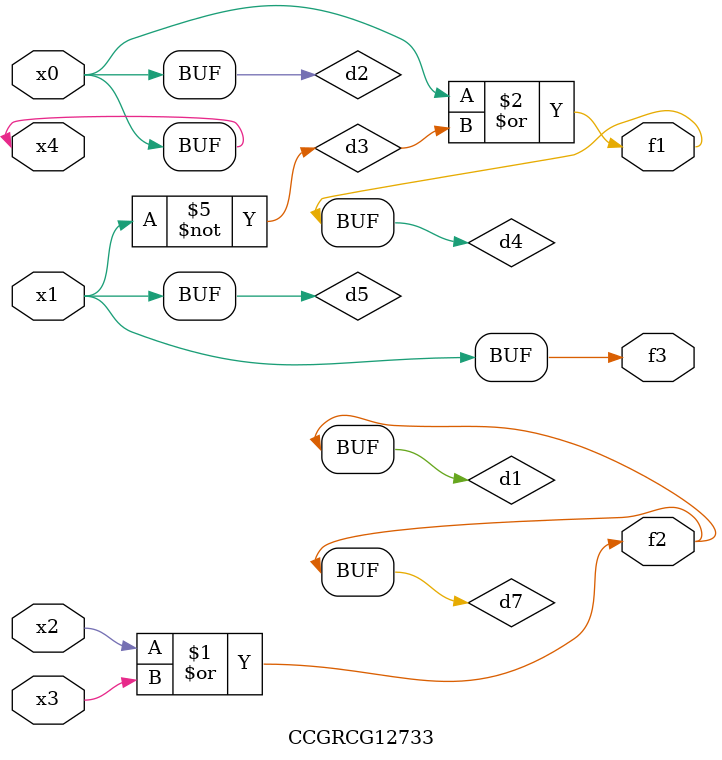
<source format=v>
module CCGRCG12733(
	input x0, x1, x2, x3, x4,
	output f1, f2, f3
);

	wire d1, d2, d3, d4, d5, d6, d7;

	or (d1, x2, x3);
	buf (d2, x0, x4);
	not (d3, x1);
	or (d4, d2, d3);
	not (d5, d3);
	nand (d6, d1, d3);
	or (d7, d1);
	assign f1 = d4;
	assign f2 = d7;
	assign f3 = d5;
endmodule

</source>
